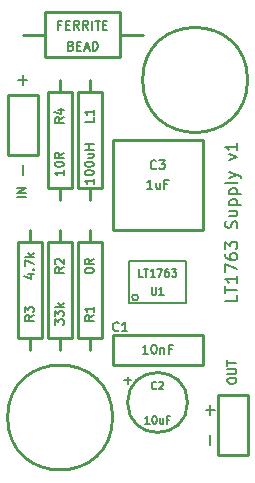
<source format=gto>
G04 (created by PCBNEW (22-Jun-2014 BZR 4027)-stable) date Sat 24 Feb 2018 09:18:46 AM CST*
%MOIN*%
G04 Gerber Fmt 3.4, Leading zero omitted, Abs format*
%FSLAX34Y34*%
G01*
G70*
G90*
G04 APERTURE LIST*
%ADD10C,0.00590551*%
%ADD11C,0.008*%
%ADD12C,0.006*%
%ADD13C,0.01*%
%ADD14C,0.005*%
G04 APERTURE END LIST*
G54D10*
G54D11*
X61661Y-48428D02*
X61661Y-48619D01*
X61261Y-48619D01*
X61261Y-48352D02*
X61261Y-48123D01*
X61661Y-48238D02*
X61261Y-48238D01*
X61661Y-47780D02*
X61661Y-48009D01*
X61661Y-47895D02*
X61261Y-47895D01*
X61319Y-47933D01*
X61357Y-47971D01*
X61376Y-48009D01*
X61261Y-47647D02*
X61261Y-47380D01*
X61661Y-47552D01*
X61261Y-47057D02*
X61261Y-47133D01*
X61280Y-47171D01*
X61300Y-47190D01*
X61357Y-47228D01*
X61433Y-47247D01*
X61585Y-47247D01*
X61623Y-47228D01*
X61642Y-47209D01*
X61661Y-47171D01*
X61661Y-47095D01*
X61642Y-47057D01*
X61623Y-47038D01*
X61585Y-47019D01*
X61490Y-47019D01*
X61452Y-47038D01*
X61433Y-47057D01*
X61414Y-47095D01*
X61414Y-47171D01*
X61433Y-47209D01*
X61452Y-47228D01*
X61490Y-47247D01*
X61261Y-46885D02*
X61261Y-46638D01*
X61414Y-46771D01*
X61414Y-46714D01*
X61433Y-46676D01*
X61452Y-46657D01*
X61490Y-46638D01*
X61585Y-46638D01*
X61623Y-46657D01*
X61642Y-46676D01*
X61661Y-46714D01*
X61661Y-46828D01*
X61642Y-46866D01*
X61623Y-46885D01*
X61642Y-46180D02*
X61661Y-46123D01*
X61661Y-46028D01*
X61642Y-45990D01*
X61623Y-45971D01*
X61585Y-45952D01*
X61547Y-45952D01*
X61509Y-45971D01*
X61490Y-45990D01*
X61471Y-46028D01*
X61452Y-46104D01*
X61433Y-46142D01*
X61414Y-46161D01*
X61376Y-46180D01*
X61338Y-46180D01*
X61300Y-46161D01*
X61280Y-46142D01*
X61261Y-46104D01*
X61261Y-46009D01*
X61280Y-45952D01*
X61395Y-45609D02*
X61661Y-45609D01*
X61395Y-45780D02*
X61604Y-45780D01*
X61642Y-45761D01*
X61661Y-45723D01*
X61661Y-45666D01*
X61642Y-45628D01*
X61623Y-45609D01*
X61395Y-45419D02*
X61795Y-45419D01*
X61414Y-45419D02*
X61395Y-45380D01*
X61395Y-45304D01*
X61414Y-45266D01*
X61433Y-45247D01*
X61471Y-45228D01*
X61585Y-45228D01*
X61623Y-45247D01*
X61642Y-45266D01*
X61661Y-45304D01*
X61661Y-45380D01*
X61642Y-45419D01*
X61395Y-45057D02*
X61795Y-45057D01*
X61414Y-45057D02*
X61395Y-45019D01*
X61395Y-44942D01*
X61414Y-44904D01*
X61433Y-44885D01*
X61471Y-44866D01*
X61585Y-44866D01*
X61623Y-44885D01*
X61642Y-44904D01*
X61661Y-44942D01*
X61661Y-45019D01*
X61642Y-45057D01*
X61661Y-44638D02*
X61642Y-44676D01*
X61604Y-44695D01*
X61261Y-44695D01*
X61395Y-44523D02*
X61661Y-44428D01*
X61395Y-44333D02*
X61661Y-44428D01*
X61757Y-44466D01*
X61776Y-44485D01*
X61795Y-44523D01*
X61395Y-43914D02*
X61661Y-43819D01*
X61395Y-43723D01*
X61661Y-43361D02*
X61661Y-43590D01*
X61661Y-43476D02*
X61261Y-43476D01*
X61319Y-43514D01*
X61357Y-43552D01*
X61376Y-43590D01*
G54D12*
X54621Y-45157D02*
X54321Y-45157D01*
X54621Y-45014D02*
X54321Y-45014D01*
X54621Y-44842D01*
X54321Y-44842D01*
G54D11*
X54509Y-44402D02*
X54509Y-44097D01*
X54509Y-41402D02*
X54509Y-41097D01*
X54661Y-41250D02*
X54357Y-41250D01*
X60759Y-52402D02*
X60759Y-52097D01*
X60911Y-52250D02*
X60607Y-52250D01*
X60759Y-53402D02*
X60759Y-53097D01*
G54D12*
X61321Y-51300D02*
X61321Y-51242D01*
X61335Y-51214D01*
X61364Y-51185D01*
X61421Y-51171D01*
X61521Y-51171D01*
X61578Y-51185D01*
X61607Y-51214D01*
X61621Y-51242D01*
X61621Y-51300D01*
X61607Y-51328D01*
X61578Y-51357D01*
X61521Y-51371D01*
X61421Y-51371D01*
X61364Y-51357D01*
X61335Y-51328D01*
X61321Y-51300D01*
X61321Y-51042D02*
X61564Y-51042D01*
X61592Y-51028D01*
X61607Y-51014D01*
X61621Y-50985D01*
X61621Y-50928D01*
X61607Y-50899D01*
X61592Y-50885D01*
X61564Y-50871D01*
X61321Y-50871D01*
X61321Y-50771D02*
X61321Y-50599D01*
X61621Y-50685D02*
X61321Y-50685D01*
G54D13*
X55000Y-41750D02*
X55000Y-43750D01*
X55000Y-43750D02*
X54000Y-43750D01*
X54000Y-43750D02*
X54000Y-41750D01*
X54000Y-41750D02*
X55000Y-41750D01*
X62000Y-51750D02*
X62000Y-53750D01*
X62000Y-53750D02*
X61000Y-53750D01*
X61000Y-53750D02*
X61000Y-51750D01*
X61000Y-51750D02*
X62000Y-51750D01*
X56750Y-50250D02*
X56750Y-49850D01*
X56750Y-49850D02*
X56350Y-49850D01*
X56350Y-49850D02*
X56350Y-46650D01*
X56350Y-46650D02*
X57150Y-46650D01*
X57150Y-46650D02*
X57150Y-49850D01*
X57150Y-49850D02*
X56750Y-49850D01*
X56750Y-46250D02*
X56750Y-46650D01*
X55750Y-46250D02*
X55750Y-46650D01*
X55750Y-46650D02*
X56150Y-46650D01*
X56150Y-46650D02*
X56150Y-49850D01*
X56150Y-49850D02*
X55350Y-49850D01*
X55350Y-49850D02*
X55350Y-46650D01*
X55350Y-46650D02*
X55750Y-46650D01*
X55750Y-50250D02*
X55750Y-49850D01*
X56750Y-41250D02*
X56750Y-41650D01*
X56750Y-41650D02*
X57150Y-41650D01*
X57150Y-41650D02*
X57150Y-44850D01*
X57150Y-44850D02*
X56350Y-44850D01*
X56350Y-44850D02*
X56350Y-41650D01*
X56350Y-41650D02*
X56750Y-41650D01*
X56750Y-45250D02*
X56750Y-44850D01*
X54750Y-50250D02*
X54750Y-49850D01*
X54750Y-49850D02*
X54350Y-49850D01*
X54350Y-49850D02*
X54350Y-46650D01*
X54350Y-46650D02*
X55150Y-46650D01*
X55150Y-46650D02*
X55150Y-49850D01*
X55150Y-49850D02*
X54750Y-49850D01*
X54750Y-46250D02*
X54750Y-46650D01*
X55250Y-40500D02*
X57750Y-40500D01*
X55250Y-39000D02*
X57750Y-39000D01*
X55250Y-39750D02*
X55250Y-39000D01*
X57750Y-39000D02*
X57750Y-40500D01*
X55250Y-40500D02*
X55250Y-39750D01*
X58500Y-39750D02*
X57750Y-39750D01*
X54500Y-39750D02*
X55250Y-39750D01*
X60000Y-52000D02*
G75*
G03X60000Y-52000I-1000J0D01*
G74*
G01*
X57500Y-43250D02*
X57500Y-46250D01*
X60500Y-43250D02*
X60500Y-46250D01*
X60500Y-46250D02*
X57500Y-46250D01*
X57500Y-43250D02*
X60500Y-43250D01*
X60500Y-49750D02*
X60500Y-50750D01*
X57500Y-49750D02*
X57500Y-50750D01*
X60500Y-50750D02*
X57500Y-50750D01*
X57500Y-49750D02*
X60500Y-49750D01*
G54D14*
X58350Y-48500D02*
G75*
G03X58350Y-48500I-100J0D01*
G74*
G01*
X59950Y-47300D02*
X59950Y-48700D01*
X58050Y-47300D02*
X58050Y-48700D01*
X58050Y-48700D02*
X59950Y-48700D01*
X58050Y-47300D02*
X59950Y-47300D01*
G54D13*
X62000Y-41250D02*
G75*
G03X62000Y-41250I-1750J0D01*
G74*
G01*
X57500Y-52500D02*
G75*
G03X57500Y-52500I-1750J0D01*
G74*
G01*
X55750Y-41250D02*
X55750Y-41650D01*
X55750Y-41650D02*
X56150Y-41650D01*
X56150Y-41650D02*
X56150Y-44850D01*
X56150Y-44850D02*
X55350Y-44850D01*
X55350Y-44850D02*
X55350Y-41650D01*
X55350Y-41650D02*
X55750Y-41650D01*
X55750Y-45250D02*
X55750Y-44850D01*
G54D12*
X56871Y-49100D02*
X56728Y-49200D01*
X56871Y-49271D02*
X56571Y-49271D01*
X56571Y-49157D01*
X56585Y-49128D01*
X56600Y-49114D01*
X56628Y-49100D01*
X56671Y-49100D01*
X56700Y-49114D01*
X56714Y-49128D01*
X56728Y-49157D01*
X56728Y-49271D01*
X56871Y-48814D02*
X56871Y-48985D01*
X56871Y-48900D02*
X56571Y-48900D01*
X56614Y-48928D01*
X56642Y-48957D01*
X56657Y-48985D01*
X56571Y-47614D02*
X56571Y-47585D01*
X56585Y-47557D01*
X56600Y-47542D01*
X56628Y-47528D01*
X56685Y-47514D01*
X56757Y-47514D01*
X56814Y-47528D01*
X56842Y-47542D01*
X56857Y-47557D01*
X56871Y-47585D01*
X56871Y-47614D01*
X56857Y-47642D01*
X56842Y-47657D01*
X56814Y-47671D01*
X56757Y-47685D01*
X56685Y-47685D01*
X56628Y-47671D01*
X56600Y-47657D01*
X56585Y-47642D01*
X56571Y-47614D01*
X56871Y-47214D02*
X56728Y-47314D01*
X56871Y-47385D02*
X56571Y-47385D01*
X56571Y-47271D01*
X56585Y-47242D01*
X56600Y-47228D01*
X56628Y-47214D01*
X56671Y-47214D01*
X56700Y-47228D01*
X56714Y-47242D01*
X56728Y-47271D01*
X56728Y-47385D01*
X55871Y-47500D02*
X55728Y-47600D01*
X55871Y-47671D02*
X55571Y-47671D01*
X55571Y-47557D01*
X55585Y-47528D01*
X55600Y-47514D01*
X55628Y-47500D01*
X55671Y-47500D01*
X55700Y-47514D01*
X55714Y-47528D01*
X55728Y-47557D01*
X55728Y-47671D01*
X55600Y-47385D02*
X55585Y-47371D01*
X55571Y-47342D01*
X55571Y-47271D01*
X55585Y-47242D01*
X55600Y-47228D01*
X55628Y-47214D01*
X55657Y-47214D01*
X55700Y-47228D01*
X55871Y-47400D01*
X55871Y-47214D01*
X55571Y-49414D02*
X55571Y-49228D01*
X55685Y-49328D01*
X55685Y-49285D01*
X55700Y-49257D01*
X55714Y-49242D01*
X55742Y-49228D01*
X55814Y-49228D01*
X55842Y-49242D01*
X55857Y-49257D01*
X55871Y-49285D01*
X55871Y-49371D01*
X55857Y-49399D01*
X55842Y-49414D01*
X55571Y-49128D02*
X55571Y-48942D01*
X55685Y-49042D01*
X55685Y-48999D01*
X55700Y-48971D01*
X55714Y-48957D01*
X55742Y-48942D01*
X55814Y-48942D01*
X55842Y-48957D01*
X55857Y-48971D01*
X55871Y-48999D01*
X55871Y-49085D01*
X55857Y-49114D01*
X55842Y-49128D01*
X55871Y-48814D02*
X55571Y-48814D01*
X55757Y-48785D02*
X55871Y-48700D01*
X55671Y-48700D02*
X55785Y-48814D01*
X56871Y-42499D02*
X56871Y-42642D01*
X56571Y-42642D01*
X56871Y-42242D02*
X56871Y-42414D01*
X56871Y-42328D02*
X56571Y-42328D01*
X56614Y-42357D01*
X56642Y-42385D01*
X56657Y-42414D01*
X56871Y-44542D02*
X56871Y-44714D01*
X56871Y-44628D02*
X56571Y-44628D01*
X56614Y-44657D01*
X56642Y-44685D01*
X56657Y-44714D01*
X56571Y-44357D02*
X56571Y-44328D01*
X56585Y-44300D01*
X56600Y-44285D01*
X56628Y-44271D01*
X56685Y-44257D01*
X56757Y-44257D01*
X56814Y-44271D01*
X56842Y-44285D01*
X56857Y-44300D01*
X56871Y-44328D01*
X56871Y-44357D01*
X56857Y-44385D01*
X56842Y-44400D01*
X56814Y-44414D01*
X56757Y-44428D01*
X56685Y-44428D01*
X56628Y-44414D01*
X56600Y-44400D01*
X56585Y-44385D01*
X56571Y-44357D01*
X56571Y-44071D02*
X56571Y-44042D01*
X56585Y-44014D01*
X56600Y-44000D01*
X56628Y-43985D01*
X56685Y-43971D01*
X56757Y-43971D01*
X56814Y-43985D01*
X56842Y-44000D01*
X56857Y-44014D01*
X56871Y-44042D01*
X56871Y-44071D01*
X56857Y-44100D01*
X56842Y-44114D01*
X56814Y-44128D01*
X56757Y-44142D01*
X56685Y-44142D01*
X56628Y-44128D01*
X56600Y-44114D01*
X56585Y-44100D01*
X56571Y-44071D01*
X56671Y-43714D02*
X56871Y-43714D01*
X56671Y-43842D02*
X56828Y-43842D01*
X56857Y-43828D01*
X56871Y-43800D01*
X56871Y-43757D01*
X56857Y-43728D01*
X56842Y-43714D01*
X56871Y-43571D02*
X56571Y-43571D01*
X56714Y-43571D02*
X56714Y-43400D01*
X56871Y-43400D02*
X56571Y-43400D01*
X54871Y-49100D02*
X54728Y-49200D01*
X54871Y-49271D02*
X54571Y-49271D01*
X54571Y-49157D01*
X54585Y-49128D01*
X54600Y-49114D01*
X54628Y-49100D01*
X54671Y-49100D01*
X54700Y-49114D01*
X54714Y-49128D01*
X54728Y-49157D01*
X54728Y-49271D01*
X54571Y-49000D02*
X54571Y-48814D01*
X54685Y-48914D01*
X54685Y-48871D01*
X54700Y-48842D01*
X54714Y-48828D01*
X54742Y-48814D01*
X54814Y-48814D01*
X54842Y-48828D01*
X54857Y-48842D01*
X54871Y-48871D01*
X54871Y-48957D01*
X54857Y-48985D01*
X54842Y-49000D01*
X54671Y-47728D02*
X54871Y-47728D01*
X54557Y-47800D02*
X54771Y-47871D01*
X54771Y-47685D01*
X54842Y-47571D02*
X54857Y-47557D01*
X54871Y-47571D01*
X54857Y-47585D01*
X54842Y-47571D01*
X54871Y-47571D01*
X54571Y-47457D02*
X54571Y-47257D01*
X54871Y-47385D01*
X54871Y-47142D02*
X54571Y-47142D01*
X54757Y-47114D02*
X54871Y-47028D01*
X54671Y-47028D02*
X54785Y-47142D01*
X55785Y-39414D02*
X55685Y-39414D01*
X55685Y-39571D02*
X55685Y-39271D01*
X55828Y-39271D01*
X55942Y-39414D02*
X56042Y-39414D01*
X56085Y-39571D02*
X55942Y-39571D01*
X55942Y-39271D01*
X56085Y-39271D01*
X56385Y-39571D02*
X56285Y-39428D01*
X56214Y-39571D02*
X56214Y-39271D01*
X56328Y-39271D01*
X56357Y-39285D01*
X56371Y-39300D01*
X56385Y-39328D01*
X56385Y-39371D01*
X56371Y-39400D01*
X56357Y-39414D01*
X56328Y-39428D01*
X56214Y-39428D01*
X56685Y-39571D02*
X56585Y-39428D01*
X56514Y-39571D02*
X56514Y-39271D01*
X56628Y-39271D01*
X56657Y-39285D01*
X56671Y-39300D01*
X56685Y-39328D01*
X56685Y-39371D01*
X56671Y-39400D01*
X56657Y-39414D01*
X56628Y-39428D01*
X56514Y-39428D01*
X56814Y-39571D02*
X56814Y-39271D01*
X56914Y-39271D02*
X57085Y-39271D01*
X57000Y-39571D02*
X57000Y-39271D01*
X57185Y-39414D02*
X57285Y-39414D01*
X57328Y-39571D02*
X57185Y-39571D01*
X57185Y-39271D01*
X57328Y-39271D01*
X56107Y-40114D02*
X56150Y-40128D01*
X56164Y-40142D01*
X56178Y-40171D01*
X56178Y-40214D01*
X56164Y-40242D01*
X56150Y-40257D01*
X56121Y-40271D01*
X56007Y-40271D01*
X56007Y-39971D01*
X56107Y-39971D01*
X56135Y-39985D01*
X56150Y-40000D01*
X56164Y-40028D01*
X56164Y-40057D01*
X56150Y-40085D01*
X56135Y-40100D01*
X56107Y-40114D01*
X56007Y-40114D01*
X56307Y-40114D02*
X56407Y-40114D01*
X56450Y-40271D02*
X56307Y-40271D01*
X56307Y-39971D01*
X56450Y-39971D01*
X56564Y-40185D02*
X56707Y-40185D01*
X56535Y-40271D02*
X56635Y-39971D01*
X56735Y-40271D01*
X56835Y-40271D02*
X56835Y-39971D01*
X56907Y-39971D01*
X56950Y-39985D01*
X56978Y-40014D01*
X56992Y-40042D01*
X57007Y-40100D01*
X57007Y-40142D01*
X56992Y-40200D01*
X56978Y-40228D01*
X56950Y-40257D01*
X56907Y-40271D01*
X56835Y-40271D01*
G54D14*
X58958Y-51527D02*
X58946Y-51539D01*
X58910Y-51551D01*
X58886Y-51551D01*
X58851Y-51539D01*
X58827Y-51515D01*
X58815Y-51491D01*
X58803Y-51444D01*
X58803Y-51408D01*
X58815Y-51360D01*
X58827Y-51336D01*
X58851Y-51313D01*
X58886Y-51301D01*
X58910Y-51301D01*
X58946Y-51313D01*
X58958Y-51325D01*
X59053Y-51325D02*
X59065Y-51313D01*
X59089Y-51301D01*
X59148Y-51301D01*
X59172Y-51313D01*
X59184Y-51325D01*
X59196Y-51348D01*
X59196Y-51372D01*
X59184Y-51408D01*
X59041Y-51551D01*
X59196Y-51551D01*
X58732Y-52701D02*
X58589Y-52701D01*
X58660Y-52701D02*
X58660Y-52451D01*
X58636Y-52486D01*
X58613Y-52510D01*
X58589Y-52522D01*
X58886Y-52451D02*
X58910Y-52451D01*
X58934Y-52463D01*
X58946Y-52475D01*
X58958Y-52498D01*
X58970Y-52546D01*
X58970Y-52605D01*
X58958Y-52653D01*
X58946Y-52677D01*
X58934Y-52689D01*
X58910Y-52701D01*
X58886Y-52701D01*
X58863Y-52689D01*
X58851Y-52677D01*
X58839Y-52653D01*
X58827Y-52605D01*
X58827Y-52546D01*
X58839Y-52498D01*
X58851Y-52475D01*
X58863Y-52463D01*
X58886Y-52451D01*
X59184Y-52534D02*
X59184Y-52701D01*
X59077Y-52534D02*
X59077Y-52665D01*
X59089Y-52689D01*
X59113Y-52701D01*
X59148Y-52701D01*
X59172Y-52689D01*
X59184Y-52677D01*
X59386Y-52570D02*
X59303Y-52570D01*
X59303Y-52701D02*
X59303Y-52451D01*
X59422Y-52451D01*
G54D12*
X57885Y-51257D02*
X58114Y-51257D01*
X58000Y-51371D02*
X58000Y-51142D01*
X58950Y-44192D02*
X58935Y-44207D01*
X58892Y-44221D01*
X58864Y-44221D01*
X58821Y-44207D01*
X58792Y-44178D01*
X58778Y-44150D01*
X58764Y-44092D01*
X58764Y-44050D01*
X58778Y-43992D01*
X58792Y-43964D01*
X58821Y-43935D01*
X58864Y-43921D01*
X58892Y-43921D01*
X58935Y-43935D01*
X58950Y-43950D01*
X59050Y-43921D02*
X59235Y-43921D01*
X59135Y-44035D01*
X59178Y-44035D01*
X59207Y-44050D01*
X59221Y-44064D01*
X59235Y-44092D01*
X59235Y-44164D01*
X59221Y-44192D01*
X59207Y-44207D01*
X59178Y-44221D01*
X59092Y-44221D01*
X59064Y-44207D01*
X59050Y-44192D01*
X58821Y-44871D02*
X58650Y-44871D01*
X58735Y-44871D02*
X58735Y-44571D01*
X58707Y-44614D01*
X58678Y-44642D01*
X58650Y-44657D01*
X59078Y-44671D02*
X59078Y-44871D01*
X58950Y-44671D02*
X58950Y-44828D01*
X58964Y-44857D01*
X58992Y-44871D01*
X59035Y-44871D01*
X59064Y-44857D01*
X59078Y-44842D01*
X59321Y-44714D02*
X59221Y-44714D01*
X59221Y-44871D02*
X59221Y-44571D01*
X59364Y-44571D01*
X57700Y-49592D02*
X57685Y-49607D01*
X57642Y-49621D01*
X57614Y-49621D01*
X57571Y-49607D01*
X57542Y-49578D01*
X57528Y-49550D01*
X57514Y-49492D01*
X57514Y-49450D01*
X57528Y-49392D01*
X57542Y-49364D01*
X57571Y-49335D01*
X57614Y-49321D01*
X57642Y-49321D01*
X57685Y-49335D01*
X57700Y-49350D01*
X57985Y-49621D02*
X57814Y-49621D01*
X57900Y-49621D02*
X57900Y-49321D01*
X57871Y-49364D01*
X57842Y-49392D01*
X57814Y-49407D01*
X58678Y-50371D02*
X58507Y-50371D01*
X58592Y-50371D02*
X58592Y-50071D01*
X58564Y-50114D01*
X58535Y-50142D01*
X58507Y-50157D01*
X58864Y-50071D02*
X58892Y-50071D01*
X58921Y-50085D01*
X58935Y-50100D01*
X58950Y-50128D01*
X58964Y-50185D01*
X58964Y-50257D01*
X58950Y-50314D01*
X58935Y-50342D01*
X58921Y-50357D01*
X58892Y-50371D01*
X58864Y-50371D01*
X58835Y-50357D01*
X58821Y-50342D01*
X58807Y-50314D01*
X58792Y-50257D01*
X58792Y-50185D01*
X58807Y-50128D01*
X58821Y-50100D01*
X58835Y-50085D01*
X58864Y-50071D01*
X59092Y-50171D02*
X59092Y-50371D01*
X59092Y-50200D02*
X59107Y-50185D01*
X59135Y-50171D01*
X59178Y-50171D01*
X59207Y-50185D01*
X59221Y-50214D01*
X59221Y-50371D01*
X59464Y-50214D02*
X59364Y-50214D01*
X59364Y-50371D02*
X59364Y-50071D01*
X59507Y-50071D01*
G54D14*
X58809Y-48151D02*
X58809Y-48353D01*
X58821Y-48377D01*
X58833Y-48389D01*
X58857Y-48401D01*
X58904Y-48401D01*
X58928Y-48389D01*
X58940Y-48377D01*
X58952Y-48353D01*
X58952Y-48151D01*
X59202Y-48401D02*
X59059Y-48401D01*
X59130Y-48401D02*
X59130Y-48151D01*
X59107Y-48186D01*
X59083Y-48210D01*
X59059Y-48222D01*
X58505Y-47801D02*
X58386Y-47801D01*
X58386Y-47551D01*
X58553Y-47551D02*
X58696Y-47551D01*
X58625Y-47801D02*
X58625Y-47551D01*
X58910Y-47801D02*
X58767Y-47801D01*
X58839Y-47801D02*
X58839Y-47551D01*
X58815Y-47586D01*
X58791Y-47610D01*
X58767Y-47622D01*
X58994Y-47551D02*
X59160Y-47551D01*
X59053Y-47801D01*
X59363Y-47551D02*
X59315Y-47551D01*
X59291Y-47563D01*
X59279Y-47575D01*
X59255Y-47610D01*
X59244Y-47658D01*
X59244Y-47753D01*
X59255Y-47777D01*
X59267Y-47789D01*
X59291Y-47801D01*
X59339Y-47801D01*
X59363Y-47789D01*
X59375Y-47777D01*
X59386Y-47753D01*
X59386Y-47694D01*
X59375Y-47670D01*
X59363Y-47658D01*
X59339Y-47646D01*
X59291Y-47646D01*
X59267Y-47658D01*
X59255Y-47670D01*
X59244Y-47694D01*
X59470Y-47551D02*
X59625Y-47551D01*
X59541Y-47646D01*
X59577Y-47646D01*
X59601Y-47658D01*
X59613Y-47670D01*
X59625Y-47694D01*
X59625Y-47753D01*
X59613Y-47777D01*
X59601Y-47789D01*
X59577Y-47801D01*
X59505Y-47801D01*
X59482Y-47789D01*
X59470Y-47777D01*
G54D12*
X55871Y-42500D02*
X55728Y-42600D01*
X55871Y-42671D02*
X55571Y-42671D01*
X55571Y-42557D01*
X55585Y-42528D01*
X55600Y-42514D01*
X55628Y-42500D01*
X55671Y-42500D01*
X55700Y-42514D01*
X55714Y-42528D01*
X55728Y-42557D01*
X55728Y-42671D01*
X55671Y-42242D02*
X55871Y-42242D01*
X55557Y-42314D02*
X55771Y-42385D01*
X55771Y-42200D01*
X55871Y-44257D02*
X55871Y-44428D01*
X55871Y-44342D02*
X55571Y-44342D01*
X55614Y-44371D01*
X55642Y-44400D01*
X55657Y-44428D01*
X55571Y-44071D02*
X55571Y-44042D01*
X55585Y-44014D01*
X55600Y-44000D01*
X55628Y-43985D01*
X55685Y-43971D01*
X55757Y-43971D01*
X55814Y-43985D01*
X55842Y-44000D01*
X55857Y-44014D01*
X55871Y-44042D01*
X55871Y-44071D01*
X55857Y-44100D01*
X55842Y-44114D01*
X55814Y-44128D01*
X55757Y-44142D01*
X55685Y-44142D01*
X55628Y-44128D01*
X55600Y-44114D01*
X55585Y-44100D01*
X55571Y-44071D01*
X55871Y-43671D02*
X55728Y-43771D01*
X55871Y-43842D02*
X55571Y-43842D01*
X55571Y-43728D01*
X55585Y-43700D01*
X55600Y-43685D01*
X55628Y-43671D01*
X55671Y-43671D01*
X55700Y-43685D01*
X55714Y-43700D01*
X55728Y-43728D01*
X55728Y-43842D01*
M02*

</source>
